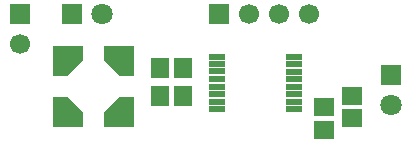
<source format=gbr>
G04 DipTrace 3.2.0.1*
G04 TopMask.gbr*
%MOMM*%
G04 #@! TF.FileFunction,Soldermask,Top*
G04 #@! TF.Part,Single*
%AMOUTLINE1*
4,1,5,
-1.25,1.25,
1.25,1.25,
1.25,-1.25,
-0.01642,-1.25,
-1.25,-0.01642,
-1.25,1.25,
0*%
%AMOUTLINE4*
4,1,5,
1.25,1.25,
1.25,-1.25,
-1.25,-1.25,
-1.25,0.01642,
-0.01642,1.25,
1.25,1.25,
0*%
%AMOUTLINE7*
4,1,5,
1.25,-1.25,
-1.25,-1.25,
-1.25,1.25,
0.01642,1.25,
1.25,0.01642,
1.25,-1.25,
0*%
%AMOUTLINE10*
4,1,5,
-1.25,-1.25,
-1.25,1.25,
1.25,1.25,
1.25,-0.01642,
0.01642,-1.25,
-1.25,-1.25,
0*%
%ADD35R,1.343X0.6191*%
%ADD37C,1.7*%
%ADD39R,1.7X1.7*%
%ADD41R,1.8X1.8*%
%ADD43C,1.8*%
%ADD45R,1.5X1.7*%
%ADD47R,1.7X1.5*%
%ADD54OUTLINE1*%
%ADD57OUTLINE4*%
%ADD60OUTLINE7*%
%ADD63OUTLINE10*%
%FSLAX35Y35*%
G04*
G71*
G90*
G75*
G01*
G04 TopMask*
%LPD*%
D47*
X2986447Y450060D3*
Y260060D3*
D45*
X1367367Y688160D3*
X1557367D3*
X1367367Y450060D3*
X1557367D3*
D47*
X2748347Y354820D3*
Y164820D3*
D43*
X875293Y1148487D3*
D41*
X621293D3*
D43*
X3319787Y370693D3*
D41*
Y624693D3*
D39*
X176867Y1148487D3*
D37*
Y894487D3*
D39*
X1859440Y1148487D3*
D37*
X2113440D3*
X2367440D3*
X2621440D3*
D35*
X2494373Y592920D3*
Y529420D3*
Y656420D3*
Y719920D3*
Y783420D3*
Y465920D3*
Y402420D3*
Y338920D3*
X1849213Y592920D3*
Y529420D3*
Y658960D3*
Y719920D3*
Y783420D3*
Y463380D3*
Y402420D3*
Y338920D3*
D54*
X1016483Y743480D3*
D57*
Y313480D3*
D60*
X586483D3*
D63*
Y743480D3*
M02*

</source>
